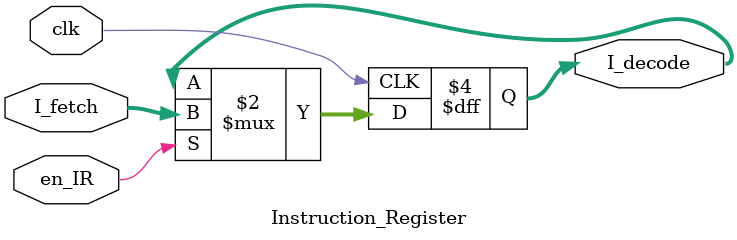
<source format=v>
`timescale 1ns / 1ps
/*
The instruction register stores the current instruction to be executed from the program memory location pointed
by the program counter. This register remains unchanged for all four operating cycles. 
*/
module Instruction_Register(clk,en_IR,I_fetch,I_decode);
 
input clk,en_IR;   
input [15:0] I_fetch;
output reg [15:0] I_decode;


always@(posedge clk)
begin
    if(en_IR)
        I_decode<=I_fetch;		//New instruction is loaded only if register loading is enabled
end

endmodule
/*
module IR_test;

reg [15:0] I_fetch;
wire [15:0] I_decode;
reg clk,en;

 Instruction_Register uut(clk,en_IR,I_fetch,I_decode);

initial begin
clk = 0;
en = 0;
end

always #10 clk = ~clk;
always #25 I_fetch = $random;
always #100 en = ~en;

endmodule*/
</source>
